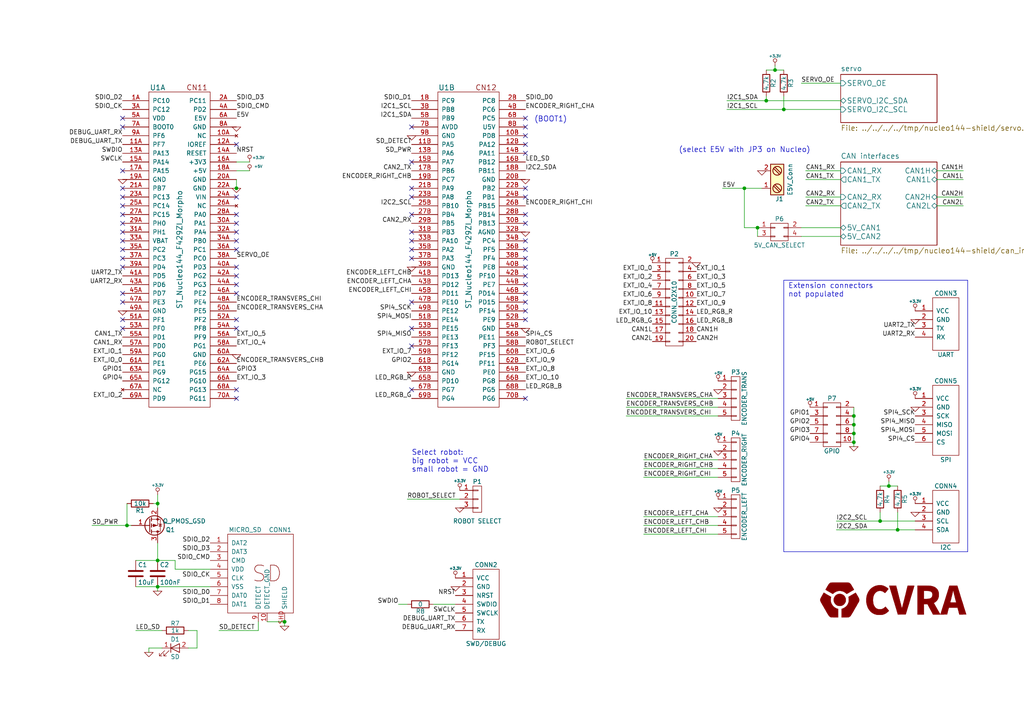
<source format=kicad_sch>
(kicad_sch (version 20230121) (generator eeschema)
  (paper "A4")
  (title_block (title "CVRA Nucleo144 shield") (date "2016-09-19") (rev "A") (company "Club Vaudois de Robotique Autonome") (comment 1 "Author: Michael Spieler"))
  (lib_symbols
    (symbol "shield-rescue:+3.3V" (power) (pin_names (offset 0))
      (property "Value" "+3.3V" (at 0 2.794 0))
      (symbol "+3.3V_0_0"
        (pin power_in line (at 0 0 90) (length 0) hide (name "+3.3V") (number "1"))
      )
    )
    (symbol "shield-rescue:+5V" (power) (pin_names (offset 1.016))
      (property "Value" "+5V" (at 0 2.286 0))
      (symbol "+5V_0_0"
        (pin power_in line (at 0 0 90) (length 0) hide (name "+5V") (number "1"))
      )
    )
    (symbol "shield-rescue:C" (pin_numbers hide) (pin_names (offset 0.254))
      (property "Reference" "C" (at 0.635 2.54 0))
      (property "Value" "C" (at 0.635 -2.54 0))
      (symbol "C_1_1"
        (pin passive line (at 0 3.81 270) (length 2.794) (name "~") (number "1"))
        (pin passive line (at 0 -3.81 90) (length 2.794) (name "~") (number "2"))
      )
    )
    (symbol "shield-rescue:CONN_01X03" (pin_names (offset 1.016) hide)
      (property "Reference" "P" (at 0 5.08 0))
      (property "Value" "CONN_01X03" (at 2.54 0 90))
      (symbol "CONN_01X03_1_1"
        (pin passive line (at -5.08 2.54 0) (length 3.81) (name "P1") (number "1"))
        (pin passive line (at -5.08 0 0) (length 3.81) (name "P2") (number "2"))
        (pin passive line (at -5.08 -2.54 0) (length 3.81) (name "P3") (number "3"))
      )
    )
    (symbol "shield-rescue:CONN_01X05" (pin_names (offset 1.016) hide)
      (property "Reference" "P" (at 0 7.62 0))
      (property "Value" "CONN_01X05" (at 2.54 0 90))
      (symbol "CONN_01X05_1_1"
        (pin passive line (at -5.08 5.08 0) (length 3.81) (name "P1") (number "1"))
        (pin passive line (at -5.08 2.54 0) (length 3.81) (name "P2") (number "2"))
        (pin passive line (at -5.08 0 0) (length 3.81) (name "P3") (number "3"))
        (pin passive line (at -5.08 -2.54 0) (length 3.81) (name "P4") (number "4"))
        (pin passive line (at -5.08 -5.08 0) (length 3.81) (name "P5") (number "5"))
      )
    )
    (symbol "shield-rescue:CONN_02X02" (pin_names (offset 0.0254) hide)
      (property "Reference" "P" (at 0 3.81 0))
      (property "Value" "CONN_02X02" (at 0 -3.81 0))
      (symbol "CONN_02X02_1_1"
        (pin passive line (at -6.35 1.27 0) (length 3.81) (name "P1") (number "1"))
        (pin passive line (at 6.35 1.27 180) (length 3.81) (name "P2") (number "2"))
        (pin passive line (at -6.35 -1.27 0) (length 3.81) (name "P3") (number "3"))
        (pin passive line (at 6.35 -1.27 180) (length 3.81) (name "P4") (number "4"))
      )
    )
    (symbol "shield-rescue:CONN_02X05" (pin_names (offset 0.0254) hide)
      (property "Reference" "P" (at 0 7.62 0))
      (property "Value" "CONN_02X05" (at 0 -7.62 0))
      (symbol "CONN_02X05_1_1"
        (pin passive line (at -6.35 5.08 0) (length 3.81) (name "P1") (number "1"))
        (pin passive line (at 6.35 -5.08 180) (length 3.81) (name "P10") (number "10"))
        (pin passive line (at 6.35 5.08 180) (length 3.81) (name "P2") (number "2"))
        (pin passive line (at -6.35 2.54 0) (length 3.81) (name "P3") (number "3"))
        (pin passive line (at 6.35 2.54 180) (length 3.81) (name "P4") (number "4"))
        (pin passive line (at -6.35 0 0) (length 3.81) (name "P5") (number "5"))
        (pin passive line (at 6.35 0 180) (length 3.81) (name "P6") (number "6"))
        (pin passive line (at -6.35 -2.54 0) (length 3.81) (name "P7") (number "7"))
        (pin passive line (at 6.35 -2.54 180) (length 3.81) (name "P8") (number "8"))
        (pin passive line (at -6.35 -5.08 0) (length 3.81) (name "P9") (number "9"))
      )
    )
    (symbol "shield-rescue:CONN_02X10" (pin_names (offset 0.0254) hide)
      (property "Reference" "P" (at 0 13.97 0))
      (property "Value" "CONN_02X10" (at 0 0 90))
      (symbol "CONN_02X10_1_1"
        (pin passive line (at -6.35 11.43 0) (length 3.81) (name "P1") (number "1"))
        (pin passive line (at 6.35 1.27 180) (length 3.81) (name "P10") (number "10"))
        (pin passive line (at -6.35 -1.27 0) (length 3.81) (name "P11") (number "11"))
        (pin passive line (at 6.35 -1.27 180) (length 3.81) (name "P12") (number "12"))
        (pin passive line (at -6.35 -3.81 0) (length 3.81) (name "P13") (number "13"))
        (pin passive line (at 6.35 -3.81 180) (length 3.81) (name "P14") (number "14"))
        (pin passive line (at -6.35 -6.35 0) (length 3.81) (name "P15") (number "15"))
        (pin passive line (at 6.35 -6.35 180) (length 3.81) (name "P16") (number "16"))
        (pin passive line (at -6.35 -8.89 0) (length 3.81) (name "P17") (number "17"))
        (pin passive line (at 6.35 -8.89 180) (length 3.81) (name "P18") (number "18"))
        (pin passive line (at -6.35 -11.43 0) (length 3.81) (name "P19") (number "19"))
        (pin passive line (at 6.35 11.43 180) (length 3.81) (name "P2") (number "2"))
        (pin passive line (at 6.35 -11.43 180) (length 3.81) (name "P20") (number "20"))
        (pin passive line (at -6.35 8.89 0) (length 3.81) (name "P3") (number "3"))
        (pin passive line (at 6.35 8.89 180) (length 3.81) (name "P4") (number "4"))
        (pin passive line (at -6.35 6.35 0) (length 3.81) (name "P5") (number "5"))
        (pin passive line (at 6.35 6.35 180) (length 3.81) (name "P6") (number "6"))
        (pin passive line (at -6.35 3.81 0) (length 3.81) (name "P7") (number "7"))
        (pin passive line (at 6.35 3.81 180) (length 3.81) (name "P8") (number "8"))
        (pin passive line (at -6.35 1.27 0) (length 3.81) (name "P9") (number "9"))
      )
    )
    (symbol "shield-rescue:CVRA_logo" (pin_names (offset 1.016)))
    (symbol "shield-rescue:GND" (power) (pin_names (offset 0))
      (symbol "GND_1_1"
        (pin power_in line (at 0 0 90) (length 0) hide (name "GND") (number "1"))
      )
    )
    (symbol "shield-rescue:I2C" (pin_names (offset 1.016))
      (property "Reference" "CONN" (at 0 8.89 0))
      (property "Value" "I2C" (at 0 -8.89 0))
      (symbol "I2C_1_1"
        (pin power_in line (at -8.89 3.81 0) (length 5.08) (name "VCC") (number "1"))
        (pin power_in line (at -8.89 1.27 0) (length 5.08) (name "GND") (number "2"))
        (pin bidirectional line (at -8.89 -1.27 0) (length 5.08) (name "SCL") (number "3"))
        (pin bidirectional line (at -8.89 -3.81 0) (length 5.08) (name "SDA") (number "4"))
        (pin power_in line (at -11.43 -6.35 0) (length 7.62) hide (name "GND") (number "MECH"))
      )
    )
    (symbol "shield-rescue:LED" (pin_names (offset 1.016) hide)
      (property "Reference" "D" (at 0 2.54 0))
      (property "Value" "LED" (at 0 -2.54 0))
      (symbol "LED_1_1"
        (pin passive line (at -3.81 0 0) (length 2.54) (name "K") (number "1"))
        (pin passive line (at 3.81 0 180) (length 2.54) (name "A") (number "2"))
      )
    )
    (symbol "shield-rescue:MICRO_SD" (pin_names (offset 1.016))
      (property "Reference" "CONN" (at 5.08 12.7 0))
      (property "Value" "MICRO_SD" (at -5.08 12.7 0))
      (symbol "MICRO_SD_0_0"
        (text "SD" (at 1.27 0 0) (effects (font (size 4.572 4.572))))
      )
      (symbol "MICRO_SD_1_1"
        (pin bidirectional line (at -15.24 8.89 0) (length 5.08) (name "DAT2") (number "1"))
        (pin passive line (at 1.27 -13.97 90) (length 2.54) (name "DETECT_GND") (number "10"))
        (pin bidirectional line (at -15.24 6.35 0) (length 5.08) (name "DAT3") (number "2"))
        (pin bidirectional line (at -15.24 3.81 0) (length 5.08) (name "CMD") (number "3"))
        (pin power_in line (at -15.24 1.27 0) (length 5.08) (name "VDD") (number "4"))
        (pin bidirectional line (at -15.24 -1.27 0) (length 5.08) (name "CLK") (number "5"))
        (pin power_in line (at -15.24 -3.81 0) (length 5.08) (name "VSS") (number "6"))
        (pin bidirectional line (at -15.24 -6.35 0) (length 5.08) (name "DAT0") (number "7"))
        (pin bidirectional line (at -15.24 -8.89 0) (length 5.08) (name "DAT1") (number "8"))
        (pin passive line (at -1.27 -13.97 90) (length 2.54) (name "DETECT") (number "9"))
        (pin passive line (at 6.35 -13.97 90) (length 2.54) (name "SHIELD") (number "SHD"))
      )
    )
    (symbol "shield-rescue:Q_PMOS_GSD" (pin_names (offset 0) hide)
      (property "Reference" "Q" (at 5.08 1.27 0))
      (property "Value" "Q_PMOS_GSD" (at 5.08 -1.27 0))
      (symbol "Q_PMOS_GSD_1_1"
        (pin input line (at -5.08 0 0) (length 5.334) (name "G") (number "1"))
        (pin passive line (at 2.54 -5.08 90) (length 2.54) (name "S") (number "2"))
        (pin passive line (at 2.54 5.08 270) (length 2.54) (name "D") (number "3"))
      )
    )
    (symbol "shield-rescue:R" (pin_numbers hide) (pin_names (offset 0))
      (property "Reference" "R" (at 2.032 0 90))
      (property "Value" "R" (at 0 0 90))
      (symbol "R_1_1"
        (pin passive line (at 0 3.81 270) (length 1.27) (name "~") (number "1"))
        (pin passive line (at 0 -3.81 90) (length 1.27) (name "~") (number "2"))
      )
    )
    (symbol "shield-rescue:SPI" (pin_names (offset 1.016))
      (property "Reference" "CONN" (at -10.16 17.78 0))
      (property "Value" "SPI" (at -10.16 -5.08 0))
      (symbol "SPI_1_1"
        (pin power_in line (at -19.05 12.7 0) (length 5.08) (name "VCC") (number "1"))
        (pin power_in line (at -19.05 10.16 0) (length 5.08) (name "GND") (number "2"))
        (pin bidirectional line (at -19.05 7.62 0) (length 5.08) (name "SCK") (number "3"))
        (pin bidirectional line (at -19.05 5.08 0) (length 5.08) (name "MISO") (number "4"))
        (pin bidirectional line (at -19.05 2.54 0) (length 5.08) (name "MOSi") (number "5"))
        (pin bidirectional line (at -19.05 0 0) (length 5.08) (name "CS") (number "6"))
        (pin power_in line (at -19.05 -2.54 0) (length 5.08) hide (name "GND") (number "MECH"))
      )
    )
    (symbol "shield-rescue:ST_Nucleo144_F429ZI_Morpho" (pin_names (offset 1.016))
      (property "Reference" "U" (at -6.35 46.99 0))
      (property "Value" "ST_Nucleo144_F429ZI_Morpho" (at 0 0 90))
      (symbol "ST_Nucleo144_F429ZI_Morpho_1_1"
        (text "CN11" (at 5.08 46.99 0) (effects (font (size 1.524 1.524))))
        (pin no_connect line (at 16.51 33.02 180) (length 7.62) (name "NC") (number "10A"))
        (pin bidirectional line (at -16.51 30.48 0) (length 7.62) (name "PF7") (number "11A"))
        (pin bidirectional line (at 16.51 30.48 180) (length 7.62) (name "IOREF") (number "12A"))
        (pin bidirectional line (at -16.51 27.94 0) (length 7.62) (name "PA13") (number "13A"))
        (pin input line (at 16.51 27.94 180) (length 7.62) (name "RESET") (number "14A"))
        (pin bidirectional line (at -16.51 25.4 0) (length 7.62) (name "PA14") (number "15A"))
        (pin power_out line (at 16.51 25.4 180) (length 7.62) (name "+3V3") (number "16A"))
        (pin bidirectional line (at -16.51 22.86 0) (length 7.62) (name "PA15") (number "17A"))
        (pin power_out line (at 16.51 22.86 180) (length 7.62) (name "+5V") (number "18A"))
        (pin power_out line (at -16.51 20.32 0) (length 7.62) (name "GND") (number "19A"))
        (pin bidirectional line (at -16.51 43.18 0) (length 7.62) (name "PC10") (number "1A"))
        (pin power_out line (at 16.51 20.32 180) (length 7.62) (name "GND") (number "20A"))
        (pin bidirectional line (at -16.51 17.78 0) (length 7.62) (name "PB7") (number "21A"))
        (pin power_out line (at 16.51 17.78 180) (length 7.62) (name "GND") (number "22A"))
        (pin bidirectional line (at -16.51 15.24 0) (length 7.62) (name "PC13") (number "23A"))
        (pin power_in line (at 16.51 15.24 180) (length 7.62) (name "VIN") (number "24A"))
        (pin bidirectional line (at -16.51 12.7 0) (length 7.62) (name "PC14") (number "25A"))
        (pin no_connect line (at 16.51 12.7 180) (length 7.62) (name "NC") (number "26A"))
        (pin bidirectional line (at -16.51 10.16 0) (length 7.62) (name "PC15") (number "27A"))
        (pin bidirectional line (at 16.51 10.16 180) (length 7.62) (name "PA0") (number "28A"))
        (pin bidirectional line (at -16.51 7.62 0) (length 7.62) (name "PH0") (number "29A"))
        (pin bidirectional line (at 16.51 43.18 180) (length 7.62) (name "PC11") (number "2A"))
        (pin bidirectional line (at 16.51 7.62 180) (length 7.62) (name "PA1") (number "30A"))
        (pin bidirectional line (at -16.51 5.08 0) (length 7.62) (name "PH1") (number "31A"))
        (pin bidirectional line (at 16.51 5.08 180) (length 7.62) (name "PA4") (number "32A"))
        (pin bidirectional line (at -16.51 2.54 0) (length 7.62) (name "VBAT") (number "33A"))
        (pin bidirectional line (at 16.51 2.54 180) (length 7.62) (name "PB0") (number "34A"))
        (pin bidirectional line (at -16.51 0 0) (length 7.62) (name "PC2") (number "35A"))
        (pin bidirectional line (at 16.51 0 180) (length 7.62) (name "PC1") (number "36A"))
        (pin bidirectional line (at -16.51 -2.54 0) (length 7.62) (name "PC3") (number "37A"))
        (pin bidirectional line (at 16.51 -2.54 180) (length 7.62) (name "PC0") (number "38A"))
        (pin bidirectional line (at -16.51 -5.08 0) (length 7.62) (name "PD4") (number "39A"))
        (pin bidirectional line (at -16.51 40.64 0) (length 7.62) (name "PC12") (number "3A"))
        (pin bidirectional line (at 16.51 -5.08 180) (length 7.62) (name "PD3") (number "40A"))
        (pin bidirectional line (at -16.51 -7.62 0) (length 7.62) (name "PD5") (number "41A"))
        (pin bidirectional line (at 16.51 -7.62 180) (length 7.62) (name "PG2") (number "42A"))
        (pin bidirectional line (at -16.51 -10.16 0) (length 7.62) (name "PD6") (number "43A"))
        (pin bidirectional line (at 16.51 -10.16 180) (length 7.62) (name "PG3") (number "44A"))
        (pin bidirectional line (at -16.51 -12.7 0) (length 7.62) (name "PD7") (number "45A"))
        (pin bidirectional line (at 16.51 -12.7 180) (length 7.62) (name "PE2") (number "46A"))
        (pin bidirectional line (at -16.51 -15.24 0) (length 7.62) (name "PE3") (number "47A"))
        (pin bidirectional line (at 16.51 -15.24 180) (length 7.62) (name "PE4") (number "48A"))
        (pin power_out line (at -16.51 -17.78 0) (length 7.62) (name "GND") (number "49A"))
        (pin bidirectional line (at 16.51 40.64 180) (length 7.62) (name "PD2") (number "4A"))
        (pin bidirectional line (at 16.51 -17.78 180) (length 7.62) (name "PE5") (number "50A"))
        (pin bidirectional line (at -16.51 -20.32 0) (length 7.62) (name "PF1") (number "51A"))
        (pin bidirectional line (at 16.51 -20.32 180) (length 7.62) (name "PF2") (number "52A"))
        (pin bidirectional line (at -16.51 -22.86 0) (length 7.62) (name "PF0") (number "53A"))
        (pin bidirectional line (at 16.51 -22.86 180) (length 7.62) (name "PF8") (number "54A"))
        (pin bidirectional line (at -16.51 -25.4 0) (length 7.62) (name "PD1") (number "55A"))
        (pin bidirectional line (at 16.51 -25.4 180) (length 7.62) (name "PF9") (number "56A"))
        (pin bidirectional line (at -16.51 -27.94 0) (length 7.62) (name "PD0") (number "57A"))
        (pin bidirectional line (at 16.51 -27.94 180) (length 7.62) (name "PG1") (number "58A"))
        (pin bidirectional line (at -16.51 -30.48 0) (length 7.62) (name "PG0") (number "59A"))
        (pin power_out line (at -16.51 38.1 0) (length 7.62) (name "VDD") (number "5A"))
        (pin power_out line (at 16.51 -30.48 180) (length 7.62) (name "GND") (number "60A"))
        (pin bidirectional line (at -16.51 -33.02 0) (length 7.62) (name "PE1") (number "61A"))
        (pin bidirectional line (at 16.51 -33.02 180) (length 7.62) (name "PE6") (number "62A"))
        (pin bidirectional line (at -16.51 -35.56 0) (length 7.62) (name "PG9") (number "63A"))
        (pin bidirectional line (at 16.51 -35.56 180) (length 7.62) (name "PG15") (number "64A"))
        (pin bidirectional line (at -16.51 -38.1 0) (length 7.62) (name "PG12") (number "65A"))
        (pin bidirectional line (at 16.51 -38.1 180) (length 7.62) (name "PG10") (number "66A"))
        (pin no_connect line (at -16.51 -40.64 0) (length 7.62) (name "NC") (number "67A"))
        (pin bidirectional line (at 16.51 -40.64 180) (length 7.62) (name "PG13") (number "68A"))
        (pin bidirectional line (at -16.51 -43.18 0) (length 7.62) (name "PD9") (number "69A"))
        (pin power_in line (at 16.51 38.1 180) (length 7.62) (name "E5V") (number "6A"))
        (pin bidirectional line (at 16.51 -43.18 180) (length 7.62) (name "PG11") (number "70A"))
        (pin input line (at -16.51 35.56 0) (length 7.62) (name "BOOT0") (number "7A"))
        (pin power_out line (at 16.51 35.56 180) (length 7.62) (name "GND") (number "8A"))
        (pin bidirectional line (at -16.51 33.02 0) (length 7.62) (name "PF6") (number "9A"))
      )
      (symbol "ST_Nucleo144_F429ZI_Morpho_2_1"
        (text "CN12" (at 5.08 46.99 0) (effects (font (size 1.524 1.524))))
        (pin bidirectional line (at 16.51 33.02 180) (length 7.62) (name "PD8") (number "10B"))
        (pin bidirectional line (at -16.51 30.48 0) (length 7.62) (name "PA5") (number "11B"))
        (pin bidirectional line (at 16.51 30.48 180) (length 7.62) (name "PA12") (number "12B"))
        (pin bidirectional line (at -16.51 27.94 0) (length 7.62) (name "PA6") (number "13B"))
        (pin bidirectional line (at 16.51 27.94 180) (length 7.62) (name "PA11") (number "14B"))
        (pin bidirectional line (at -16.51 25.4 0) (length 7.62) (name "PA7") (number "15B"))
        (pin bidirectional line (at 16.51 25.4 180) (length 7.62) (name "PB12") (number "16B"))
        (pin bidirectional line (at -16.51 22.86 0) (length 7.62) (name "PB6") (number "17B"))
        (pin bidirectional line (at 16.51 22.86 180) (length 7.62) (name "PB11") (number "18B"))
        (pin bidirectional line (at -16.51 20.32 0) (length 7.62) (name "PC7") (number "19B"))
        (pin bidirectional line (at -16.51 43.18 0) (length 7.62) (name "PC9") (number "1B"))
        (pin power_out line (at 16.51 20.32 180) (length 7.62) (name "GND") (number "20B"))
        (pin bidirectional line (at -16.51 17.78 0) (length 7.62) (name "PA9") (number "21B"))
        (pin bidirectional line (at 16.51 17.78 180) (length 7.62) (name "PB2") (number "22B"))
        (pin bidirectional line (at -16.51 15.24 0) (length 7.62) (name "PA8") (number "23B"))
        (pin bidirectional line (at 16.51 15.24 180) (length 7.62) (name "PB1") (number "24B"))
        (pin bidirectional line (at -16.51 12.7 0) (length 7.62) (name "PB10") (number "25B"))
        (pin bidirectional line (at 16.51 12.7 180) (length 7.62) (name "PB15") (number "26B"))
        (pin bidirectional line (at -16.51 10.16 0) (length 7.62) (name "PB4") (number "27B"))
        (pin bidirectional line (at 16.51 10.16 180) (length 7.62) (name "PB14") (number "28B"))
        (pin bidirectional line (at -16.51 7.62 0) (length 7.62) (name "PB5") (number "29B"))
        (pin bidirectional line (at 16.51 43.18 180) (length 7.62) (name "PC8") (number "2B"))
        (pin bidirectional line (at 16.51 7.62 180) (length 7.62) (name "PB13") (number "30B"))
        (pin bidirectional line (at -16.51 5.08 0) (length 7.62) (name "PB3") (number "31B"))
        (pin power_out line (at 16.51 5.08 180) (length 7.62) (name "AGND") (number "32B"))
        (pin bidirectional line (at -16.51 2.54 0) (length 7.62) (name "PA10") (number "33B"))
        (pin bidirectional line (at 16.51 2.54 180) (length 7.62) (name "PC4") (number "34B"))
        (pin bidirectional line (at -16.51 0 0) (length 7.62) (name "PA2") (number "35B"))
        (pin bidirectional line (at 16.51 0 180) (length 7.62) (name "PF5") (number "36B"))
        (pin bidirectional line (at -16.51 -2.54 0) (length 7.62) (name "PA3") (number "37B"))
        (pin bidirectional line (at 16.51 -2.54 180) (length 7.62) (name "PF4") (number "38B"))
        (pin power_out line (at -16.51 -5.08 0) (length 7.62) (name "GND") (number "39B"))
        (pin bidirectional line (at -16.51 40.64 0) (length 7.62) (name "PB8") (number "3B"))
        (pin bidirectional line (at 16.51 -5.08 180) (length 7.62) (name "PE8") (number "40B"))
        (pin bidirectional line (at -16.51 -7.62 0) (length 7.62) (name "PD13") (number "41B"))
        (pin bidirectional line (at 16.51 -7.62 180) (length 7.62) (name "PF10") (number "42B"))
        (pin bidirectional line (at -16.51 -10.16 0) (length 7.62) (name "PD12") (number "43B"))
        (pin bidirectional line (at 16.51 -10.16 180) (length 7.62) (name "PE7") (number "44B"))
        (pin bidirectional line (at -16.51 -12.7 0) (length 7.62) (name "PD11") (number "45B"))
        (pin bidirectional line (at 16.51 -12.7 180) (length 7.62) (name "PD14") (number "46B"))
        (pin bidirectional line (at -16.51 -15.24 0) (length 7.62) (name "PE10") (number "47B"))
        (pin bidirectional line (at 16.51 -15.24 180) (length 7.62) (name "PD15") (number "48B"))
        (pin bidirectional line (at -16.51 -17.78 0) (length 7.62) (name "PE12") (number "49B"))
        (pin bidirectional line (at 16.51 40.64 180) (length 7.62) (name "PC6") (number "4B"))
        (pin bidirectional line (at 16.51 -17.78 180) (length 7.62) (name "PF14") (number "50B"))
        (pin bidirectional line (at -16.51 -20.32 0) (length 7.62) (name "PE14") (number "51B"))
        (pin bidirectional line (at 16.51 -20.32 180) (length 7.62) (name "PE9") (number "52B"))
        (pin bidirectional line (at -16.51 -22.86 0) (length 7.62) (name "PE15") (number "53B"))
        (pin power_out line (at 16.51 -22.86 180) (length 7.62) (name "GND") (number "54B"))
        (pin bidirectional line (at -16.51 -25.4 0) (length 7.62) (name "PE13") (number "55B"))
        (pin bidirectional line (at 16.51 -25.4 180) (length 7.62) (name "PE11") (number "56B"))
        (pin bidirectional line (at -16.51 -27.94 0) (length 7.62) (name "PF13") (number "57B"))
        (pin bidirectional line (at 16.51 -27.94 180) (length 7.62) (name "PF3") (number "58B"))
        (pin bidirectional line (at -16.51 -30.48 0) (length 7.62) (name "PF12") (number "59B"))
        (pin bidirectional line (at -16.51 38.1 0) (length 7.62) (name "PB9") (number "5B"))
        (pin bidirectional line (at 16.51 -30.48 180) (length 7.62) (name "PF15") (number "60B"))
        (pin bidirectional line (at -16.51 -33.02 0) (length 7.62) (name "PG14") (number "61B"))
        (pin bidirectional line (at 16.51 -33.02 180) (length 7.62) (name "PF11") (number "62B"))
        (pin power_out line (at -16.51 -35.56 0) (length 7.62) (name "GND") (number "63B"))
        (pin bidirectional line (at 16.51 -35.56 180) (length 7.62) (name "PE0") (number "64B"))
        (pin bidirectional line (at -16.51 -38.1 0) (length 7.62) (name "PD10") (number "65B"))
        (pin bidirectional line (at 16.51 -38.1 180) (length 7.62) (name "PG8") (number "66B"))
        (pin bidirectional line (at -16.51 -40.64 0) (length 7.62) (name "PG7") (number "67B"))
        (pin bidirectional line (at 16.51 -40.64 180) (length 7.62) (name "PG5") (number "68B"))
        (pin bidirectional line (at -16.51 -43.18 0) (length 7.62) (name "PG4") (number "69B"))
        (pin bidirectional line (at 16.51 38.1 180) (length 7.62) (name "PC5") (number "6B"))
        (pin bidirectional line (at 16.51 -43.18 180) (length 7.62) (name "PG6") (number "70B"))
        (pin power_out line (at -16.51 35.56 0) (length 7.62) (name "AVDD") (number "7B"))
        (pin power_out line (at 16.51 35.56 180) (length 7.62) (name "U5V") (number "8B"))
        (pin power_out line (at -16.51 33.02 0) (length 7.62) (name "GND") (number "9B"))
      )
    )
    (symbol "shield-rescue:SWD/DEBUG" (pin_names (offset 1.016))
      (property "Reference" "CONN" (at 0 11.43 0))
      (property "Value" "SWD/DEBUG" (at 0 -11.43 0))
      (symbol "SWD/DEBUG_1_1"
        (pin power_in line (at -8.89 7.62 0) (length 5.08) (name "VCC") (number "1"))
        (pin power_in line (at -8.89 5.08 0) (length 5.08) (name "GND") (number "2"))
        (pin output line (at -8.89 2.54 0) (length 5.08) (name "NRST") (number "3"))
        (pin bidirectional line (at -8.89 0 0) (length 5.08) (name "SWDIO") (number "4"))
        (pin output line (at -8.89 -2.54 0) (length 5.08) (name "SWCLK") (number "5"))
        (pin input line (at -8.89 -5.08 0) (length 5.08) (name "TX") (number "6"))
        (pin output line (at -8.89 -7.62 0) (length 5.08) (name "RX") (number "7"))
        (pin power_in line (at -11.43 -5.08 0) (length 7.62) hide (name "GND") (number "MECH"))
      )
    )
    (symbol "shield-rescue:Screw_Terminal_1x02" (pin_names (offset 0.762) hide)
      (property "Reference" "J" (at 0 6.35 0))
      (property "Value" "Screw_Terminal_1x02" (at -3.81 0 90))
      (symbol "Screw_Terminal_1x02_1_1"
        (pin passive line (at 5.08 2.54 180) (length 2.54) (name "~") (number "1"))
        (pin passive line (at 5.08 -2.54 180) (length 2.54) (name "~") (number "2"))
      )
    )
    (symbol "shield-rescue:UART" (pin_names (offset 1.016))
      (property "Reference" "CONN" (at 0 8.89 0))
      (property "Value" "UART" (at 0 -8.89 0))
      (symbol "UART_1_1"
        (pin power_in line (at -8.89 3.81 0) (length 5.08) (name "VCC") (number "1"))
        (pin power_in line (at -8.89 1.27 0) (length 5.08) (name "GND") (number "2"))
        (pin input line (at -8.89 -1.27 0) (length 5.08) (name "TX") (number "3"))
        (pin output line (at -8.89 -3.81 0) (length 5.08) (name "RX") (number "4"))
        (pin power_in line (at -11.43 -6.35 0) (length 7.62) hide (name "GND") (number "MECH"))
      )
    )
  )
  (junction (at 247.65 128.27))
  (junction (at 45.72 162.56))
  (junction (at 247.65 120.65))
  (junction (at 36.83 152.4))
  (junction (at 68.58 54.61))
  (junction (at 215.9 54.61))
  (junction (at 247.65 123.19))
  (junction (at 247.65 125.73))
  (junction (at 257.81 140.97))
  (junction (at 224.79 20.32))
  (junction (at 219.71 66.04))
  (junction (at 82.55 180.34))
  (junction (at 227.33 31.75))
  (junction (at 255.27 151.13))
  (junction (at 45.72 146.05))
  (junction (at 260.35 153.67))
  (junction (at 45.72 170.18))
  (junction (at 222.25 29.21))
  (no_connect (at 152.4 87.63))
  (no_connect (at 119.38 69.85))
  (no_connect (at 152.4 57.15))
  (no_connect (at 119.38 36.83))
  (no_connect (at 68.58 82.55))
  (no_connect (at 152.4 85.09))
  (no_connect (at 68.58 64.77))
  (no_connect (at 68.58 115.57))
  (no_connect (at 35.56 34.29))
  (no_connect (at 119.38 57.15))
  (no_connect (at 119.38 62.23))
  (no_connect (at 35.56 64.77))
  (no_connect (at 35.56 69.85))
  (no_connect (at 152.4 44.45))
  (no_connect (at 152.4 64.77))
  (no_connect (at 119.38 87.63))
  (no_connect (at 152.4 72.39))
  (no_connect (at 68.58 92.71))
  (no_connect (at 68.58 72.39))
  (no_connect (at 68.58 113.03))
  (no_connect (at 68.58 85.09))
  (no_connect (at 152.4 69.85))
  (no_connect (at 119.38 54.61))
  (no_connect (at 152.4 92.71))
  (no_connect (at 35.56 87.63))
  (no_connect (at 119.38 113.03))
  (no_connect (at 68.58 80.01))
  (no_connect (at 35.56 62.23))
  (no_connect (at 152.4 82.55))
  (no_connect (at 152.4 77.47))
  (no_connect (at 68.58 67.31))
  (no_connect (at 68.58 77.47))
  (no_connect (at 152.4 36.83))
  (no_connect (at 35.56 59.69))
  (no_connect (at 35.56 77.47))
  (no_connect (at 119.38 67.31))
  (no_connect (at 119.38 74.93))
  (no_connect (at 35.56 72.39))
  (no_connect (at 119.38 46.99))
  (no_connect (at 152.4 80.01))
  (no_connect (at 152.4 90.17))
  (no_connect (at 68.58 69.85))
  (no_connect (at 152.4 39.37))
  (no_connect (at 152.4 54.61))
  (no_connect (at 68.58 41.91))
  (no_connect (at 119.38 100.33))
  (no_connect (at 35.56 85.09))
  (no_connect (at 152.4 74.93))
  (no_connect (at 35.56 57.15))
  (no_connect (at 68.58 95.25))
  (no_connect (at 152.4 34.29))
  (no_connect (at 152.4 115.57))
  (no_connect (at 35.56 74.93))
  (no_connect (at 35.56 36.83))
  (no_connect (at 68.58 57.15))
  (no_connect (at 35.56 92.71))
  (no_connect (at 119.38 95.25))
  (no_connect (at 35.56 49.53))
  (no_connect (at 119.38 72.39))
  (no_connect (at 35.56 95.25))
  (no_connect (at 35.56 67.31))
  (no_connect (at 35.56 54.61))
  (no_connect (at 68.58 62.23))
  (no_connect (at 152.4 41.91))
  (no_connect (at 152.4 62.23))
  (wire (pts (xy 43.18 189.23) (xy 43.18 187.96)))
  (wire (pts (xy 36.83 152.4) (xy 38.1 152.4)))
  (wire (pts (xy 271.78 52.07) (xy 279.4 52.07)))
  (wire (pts (xy 219.71 66.04) (xy 219.71 68.58)))
  (wire (pts (xy 186.69 133.35) (xy 208.28 133.35)))
  (wire (pts (xy 44.45 146.05) (xy 45.72 146.05)))
  (wire (pts (xy 247.65 125.73) (xy 247.65 128.27)))
  (wire (pts (xy 227.33 27.94) (xy 227.33 31.75)))
  (wire (pts (xy 39.37 182.88) (xy 46.99 182.88)))
  (wire (pts (xy 215.9 54.61) (xy 215.9 66.04)))
  (wire (pts (xy 82.55 180.34) (xy 82.55 181.61)))
  (wire (pts (xy 50.8 162.56) (xy 45.72 162.56)))
  (wire (pts (xy 210.82 29.21) (xy 222.25 29.21)))
  (wire (pts (xy 186.69 135.89) (xy 208.28 135.89)))
  (wire (pts (xy 125.73 175.26) (xy 132.08 175.26)))
  (wire (pts (xy 208.28 154.94) (xy 186.69 154.94)))
  (wire (pts (xy 57.15 182.88) (xy 57.15 187.96)))
  (wire (pts (xy 68.58 52.07) (xy 68.58 54.61)))
  (wire (pts (xy 74.93 180.34) (xy 74.93 182.88)))
  (wire (pts (xy 242.57 153.67) (xy 260.35 153.67)))
  (wire (pts (xy 255.27 151.13) (xy 265.43 151.13)))
  (wire (pts (xy 181.61 118.11) (xy 208.28 118.11)))
  (polyline (pts (xy 227.33 81.28) (xy 227.33 160.02)))
  (wire (pts (xy 260.35 148.59) (xy 260.35 153.67)))
  (wire (pts (xy 271.78 49.53) (xy 279.4 49.53)))
  (wire (pts (xy 77.47 180.34) (xy 82.55 180.34)))
  (wire (pts (xy 45.72 146.05) (xy 45.72 147.32)))
  (wire (pts (xy 186.69 149.86) (xy 208.28 149.86)))
  (wire (pts (xy 45.72 157.48) (xy 45.72 162.56)))
  (wire (pts (xy 247.65 120.65) (xy 247.65 123.19)))
  (wire (pts (xy 45.72 143.51) (xy 45.72 146.05)))
  (wire (pts (xy 74.93 182.88) (xy 63.5 182.88)))
  (wire (pts (xy 215.9 54.61) (xy 220.98 54.61)))
  (wire (pts (xy 54.61 182.88) (xy 57.15 182.88)))
  (wire (pts (xy 243.84 57.15) (xy 233.68 57.15)))
  (wire (pts (xy 247.65 118.11) (xy 247.65 120.65)))
  (wire (pts (xy 243.84 66.04) (xy 232.41 66.04)))
  (wire (pts (xy 260.35 153.67) (xy 265.43 153.67)))
  (wire (pts (xy 50.8 165.1) (xy 50.8 162.56)))
  (wire (pts (xy 186.69 138.43) (xy 208.28 138.43)))
  (wire (pts (xy 36.83 146.05) (xy 36.83 152.4)))
  (wire (pts (xy 271.78 59.69) (xy 279.4 59.69)))
  (wire (pts (xy 181.61 120.65) (xy 208.28 120.65)))
  (wire (pts (xy 243.84 68.58) (xy 232.41 68.58)))
  (wire (pts (xy 118.11 144.78) (xy 133.35 144.78)))
  (wire (pts (xy 227.33 31.75) (xy 243.84 31.75)))
  (wire (pts (xy 233.68 49.53) (xy 243.84 49.53)))
  (polyline (pts (xy 227.33 160.02) (xy 280.67 160.02)))
  (wire (pts (xy 186.69 152.4) (xy 208.28 152.4)))
  (wire (pts (xy 247.65 123.19) (xy 247.65 125.73)))
  (wire (pts (xy 39.37 170.18) (xy 45.72 170.18)))
  (polyline (pts (xy 280.67 81.28) (xy 227.33 81.28)))
  (wire (pts (xy 233.68 52.07) (xy 243.84 52.07)))
  (wire (pts (xy 68.58 46.99) (xy 72.39 46.99)))
  (wire (pts (xy 45.72 162.56) (xy 39.37 162.56)))
  (wire (pts (xy 271.78 57.15) (xy 279.4 57.15)))
  (wire (pts (xy 232.41 24.13) (xy 243.84 24.13)))
  (wire (pts (xy 257.81 140.97) (xy 260.35 140.97)))
  (wire (pts (xy 222.25 20.32) (xy 224.79 20.32)))
  (wire (pts (xy 242.57 151.13) (xy 255.27 151.13)))
  (wire (pts (xy 222.25 29.21) (xy 243.84 29.21)))
  (wire (pts (xy 224.79 20.32) (xy 227.33 20.32)))
  (wire (pts (xy 224.79 19.05) (xy 224.79 20.32)))
  (polyline (pts (xy 280.67 160.02) (xy 280.67 81.28)))
  (wire (pts (xy 45.72 170.18) (xy 60.96 170.18)))
  (wire (pts (xy 257.81 139.7) (xy 257.81 140.97)))
  (wire (pts (xy 45.72 171.45) (xy 45.72 170.18)))
  (wire (pts (xy 72.39 49.53) (xy 68.58 49.53)))
  (wire (pts (xy 208.28 115.57) (xy 181.61 115.57)))
  (wire (pts (xy 255.27 148.59) (xy 255.27 151.13)))
  (wire (pts (xy 57.15 187.96) (xy 54.61 187.96)))
  (wire (pts (xy 233.68 59.69) (xy 243.84 59.69)))
  (wire (pts (xy 209.55 54.61) (xy 215.9 54.61)))
  (wire (pts (xy 118.11 175.26) (xy 115.57 175.26)))
  (wire (pts (xy 60.96 165.1) (xy 50.8 165.1)))
  (wire (pts (xy 43.18 187.96) (xy 46.99 187.96)))
  (wire (pts (xy 210.82 31.75) (xy 227.33 31.75)))
  (wire (pts (xy 255.27 140.97) (xy 257.81 140.97)))
  (wire (pts (xy 247.65 128.27) (xy 247.65 129.54)))
  (wire (pts (xy 222.25 27.94) (xy 222.25 29.21)))
  (wire (pts (xy 26.67 152.4) (xy 36.83 152.4)))
  (wire (pts (xy 215.9 66.04) (xy 219.71 66.04)))
  (text "Select robot:\nbig robot = VCC\nsmall robot = GND" (at 119.38 137.16 0) (effects (font (size 1.524 1.524)) (justify left bottom)))
  (text "(select E5V with JP3 on Nucleo)" (at 196.85 44.45 0) (effects (font (size 1.524 1.524)) (justify left bottom)))
  (text "Extension connectors\nnot populated" (at 228.6 86.36 0) (effects (font (size 1.524 1.524)) (justify left bottom)))
  (text "(BOOT1)" (at 154.94 35.56 0) (effects (font (size 1.524 1.524)) (justify left bottom)))
  (label "CAN1L" (at 189.23 96.52 180))
  (label "GPIO3" (at 234.95 125.73 180))
  (label "CAN2H" (at 201.93 99.06 0))
  (label "CAN2_RX" (at 233.68 57.15 0))
  (label "SDIO_CMD" (at 68.58 31.75 0))
  (label "CAN1_TX" (at 233.68 52.07 0))
  (label "SD_DETECT" (at 119.38 41.91 180))
  (label "EXT_IO_7" (at 119.38 102.87 180))
  (label "GPIO4" (at 35.56 110.49 180))
  (label "ENCODER_LEFT_CHB" (at 186.69 152.4 0))
  (label "CAN1L" (at 279.4 52.07 180))
  (label "UART2_RX" (at 265.43 97.79 180))
  (label "CAN1_TX" (at 35.56 97.79 180))
  (label "SDIO_D3" (at 60.96 160.02 180))
  (label "ENCODER_LEFT_CHB" (at 119.38 80.01 180))
  (label "LED_RGB_B" (at 152.4 113.03 0))
  (label "EXT_IO_9" (at 152.4 105.41 0))
  (label "CAN2L" (at 189.23 99.06 180))
  (label "SPI4_SCK" (at 265.43 120.65 180))
  (label "SD_DETECT" (at 63.5 182.88 0))
  (label "LED_SD" (at 39.37 182.88 0))
  (label "EXT_IO_7" (at 201.93 86.36 0))
  (label "SWCLK" (at 35.56 46.99 180))
  (label "EXT_IO_10" (at 189.23 91.44 180))
  (label "CAN2H" (at 279.4 57.15 180))
  (label "SPI4_MISO" (at 119.38 97.79 180))
  (label "E5V" (at 68.58 34.29 0))
  (label "LED_RGB_G" (at 119.38 115.57 180))
  (label "LED_RGB_B" (at 201.93 93.98 0))
  (label "EXT_IO_8" (at 189.23 88.9 180))
  (label "DEBUG_UART_RX" (at 35.56 39.37 180))
  (label "SPI4_MOSI" (at 119.38 92.71 180))
  (label "GPIO1" (at 234.95 120.65 180))
  (label "EXT_IO_1" (at 35.56 102.87 180))
  (label "ENCODER_RIGHT_CHA" (at 186.69 133.35 0))
  (label "I2C1_SCL" (at 210.82 31.75 0))
  (label "SDIO_CK" (at 60.96 167.64 180))
  (label "I2C1_SDA" (at 119.38 34.29 180))
  (label "EXT_IO_4" (at 189.23 83.82 180))
  (label "ENCODER_TRANSVERS_CHI" (at 68.58 87.63 0))
  (label "ROBOT_SELECT" (at 118.11 144.78 0))
  (label "ENCODER_RIGHT_CHB" (at 119.38 52.07 180))
  (label "EXT_IO_2" (at 189.23 81.28 180))
  (label "EXT_IO_0" (at 189.23 78.74 180))
  (label "CAN2_TX" (at 119.38 49.53 180))
  (label "SDIO_CK" (at 35.56 31.75 180))
  (label "SDIO_D2" (at 35.56 29.21 180))
  (label "SERVO_OE" (at 232.41 24.13 0))
  (label "SDIO_D1" (at 119.38 29.21 180))
  (label "I2C2_SCL" (at 119.38 59.69 180))
  (label "UART2_TX" (at 35.56 80.01 180))
  (label "CAN1H" (at 279.4 49.53 180))
  (label "I2C2_SDA" (at 242.57 153.67 0))
  (label "CAN1_RX" (at 233.68 49.53 0))
  (label "NRST" (at 68.58 44.45 0))
  (label "ENCODER_LEFT_CHI" (at 186.69 154.94 0))
  (label "LED_RGB_G" (at 189.23 93.98 180))
  (label "EXT_IO_3" (at 68.58 110.49 0))
  (label "EXT_IO_10" (at 152.4 110.49 0))
  (label "SWDIO" (at 115.57 175.26 180))
  (label "UART2_TX" (at 265.43 95.25 180))
  (label "ENCODER_RIGHT_CHA" (at 152.4 31.75 0))
  (label "EXT_IO_1" (at 201.93 78.74 0))
  (label "EXT_IO_5" (at 68.58 97.79 0))
  (label "EXT_IO_3" (at 201.93 81.28 0))
  (label "EXT_IO_9" (at 201.93 88.9 0))
  (label "SPI4_SCK" (at 119.38 90.17 180))
  (label "SWCLK" (at 132.08 177.8 180))
  (label "CAN1H" (at 201.93 96.52 0))
  (label "ENCODER_TRANSVERS_CHI" (at 181.61 120.65 0))
  (label "EXT_IO_6" (at 152.4 102.87 0))
  (label "LED_RGB_R" (at 201.93 91.44 0))
  (label "EXT_IO_0" (at 35.56 105.41 180))
  (label "NRST" (at 132.08 172.72 180))
  (label "ENCODER_TRANSVERS_CHB" (at 68.58 105.41 0))
  (label "SWDIO" (at 35.56 44.45 180))
  (label "E5V" (at 209.55 54.61 0))
  (label "I2C1_SDA" (at 210.82 29.21 0))
  (label "I2C1_SCL" (at 119.38 31.75 180))
  (label "ENCODER_LEFT_CHA" (at 119.38 82.55 180))
  (label "EXT_IO_6" (at 189.23 86.36 180))
  (label "GPIO1" (at 35.56 107.95 180))
  (label "ENCODER_RIGHT_CHI" (at 186.69 138.43 0))
  (label "GPIO3" (at 68.58 107.95 0))
  (label "DEBUG_UART_RX" (at 132.08 182.88 180))
  (label "SDIO_CMD" (at 60.96 162.56 180))
  (label "I2C2_SCL" (at 242.57 151.13 0))
  (label "ROBOT_SELECT" (at 152.4 100.33 0))
  (label "I2C2_SDA" (at 152.4 49.53 0))
  (label "EXT_IO_2" (at 35.56 115.57 180))
  (label "CAN2_RX" (at 119.38 64.77 180))
  (label "SPI4_MOSI" (at 265.43 125.73 180))
  (label "LED_SD" (at 152.4 46.99 0))
  (label "ENCODER_TRANSVERS_CHA" (at 68.58 90.17 0))
  (label "GPIO4" (at 234.95 128.27 180))
  (label "DEBUG_UART_TX" (at 35.56 41.91 180))
  (label "SPI4_CS" (at 265.43 128.27 180))
  (label "EXT_IO_5" (at 201.93 83.82 0))
  (label "EXT_IO_8" (at 152.4 107.95 0))
  (label "DEBUG_UART_TX" (at 132.08 180.34 180))
  (label "ENCODER_TRANSVERS_CHB" (at 181.61 118.11 0))
  (label "SDIO_D0" (at 60.96 172.72 180))
  (label "SDIO_D3" (at 68.58 29.21 0))
  (label "SD_PWR" (at 26.67 152.4 0))
  (label "SERVO_OE" (at 68.58 74.93 0))
  (label "ENCODER_LEFT_CHI" (at 119.38 85.09 180))
  (label "EXT_IO_4" (at 68.58 100.33 0))
  (label "GPIO2" (at 119.38 105.41 180))
  (label "ENCODER_LEFT_CHA" (at 186.69 149.86 0))
  (label "LED_RGB_R" (at 119.38 110.49 180))
  (label "SPI4_CS" (at 152.4 97.79 0))
  (label "SPI4_MISO" (at 265.43 123.19 180))
  (label "SDIO_D2" (at 60.96 157.48 180))
  (label "SDIO_D0" (at 152.4 29.21 0))
  (label "SD_PWR" (at 119.38 44.45 180))
  (label "ENCODER_RIGHT_CHI" (at 152.4 59.69 0))
  (label "ENCODER_TRANSVERS_CHA" (at 181.61 115.57 0))
  (label "ENCODER_RIGHT_CHB" (at 186.69 135.89 0))
  (label "UART2_RX" (at 35.56 82.55 180))
  (label "GPIO2" (at 234.95 123.19 180))
  (label "CAN2L" (at 279.4 59.69 180))
  (label "SDIO_D1" (at 60.96 175.26 180))
  (label "CAN2_TX" (at 233.68 59.69 0))
  (label "CAN1_RX" (at 35.56 100.33 180))
  (symbol (lib_id "shield-rescue:ST_Nucleo144_F429ZI_Morpho") (at 52.07 72.39 0) (unit 1)
    (property "Reference" "U1" (at 45.72 25.4 0) (effects (font (size 1.524 1.524))))
    (property "Value" "ST_Nucleo144_F429ZI_Morpho" (at 52.07 72.39 90) (effects (font (size 1.524 1.524))))
    (property "Footprint" "_connectors:ST_Nucleo144_F429ZI_Morpho" (effects hide))
  )
  (symbol (lib_id "shield-rescue:ST_Nucleo144_F429ZI_Morpho") (at 135.89 72.39 0) (unit 2)
    (property "Reference" "U1" (at 129.54 25.4 0) (effects (font (size 1.524 1.524))))
    (property "Value" "ST_Nucleo144_F429ZI_Morpho" (at 135.89 72.39 90) (effects (font (size 1.524 1.524))))
    (property "Footprint" "_connectors:ST_Nucleo144_F429ZI_Morpho" (effects hide))
  )
  (symbol (lib_id "shield-rescue:CVRA_logo") (at 259.08 173.99 0) (unit 1)
    (property "Reference" "#G1" (effects hide))
    (property "Value" "CVRA_logo" (effects hide))
  )
  (symbol (lib_id "shield-rescue:I2C") (at 274.32 149.86 0) (unit 1)
    (property "Reference" "CONN4" (at 274.32 140.97 0))
    (property "Value" "I2C" (at 274.32 158.75 0))
    (property "Footprint" "_connectors:Molex-PicoBlade-4" (effects hide))
    (property "Datasheet" "DOCUMENTATION" (effects hide))
  )
  (symbol (lib_id "shield-rescue:SPI") (at 284.48 128.27 0) (unit 1)
    (property "Reference" "CONN5" (at 274.32 110.49 0))
    (property "Value" "SPI" (at 274.32 133.35 0))
    (property "Footprint" "_connectors:Molex-PicoBlade-6" (effects hide))
  )
  (symbol (lib_id "shield-rescue:UART") (at 274.32 93.98 0) (unit 1)
    (property "Reference" "CONN3" (at 274.32 85.09 0))
    (property "Value" "UART" (at 274.32 102.87 0))
    (property "Footprint" "_connectors:Molex-PicoBlade-4" (effects hide))
    (property "Datasheet" "DOCUMENTATION" (effects hide))
  )
  (symbol (lib_id "shield-rescue:GND") (at 247.65 129.54 0) (unit 1)
    (property "Reference" "#PWR01" (effects hide))
    (property "Value" "GND" (effects hide))
  )
  (symbol (lib_id "shield-rescue:MICRO_SD") (at 76.2 166.37 0) (unit 1)
    (property "Reference" "CONN1" (at 81.28 153.67 0))
    (property "Value" "MICRO_SD" (at 71.12 153.67 0))
    (property "Footprint" "_div:_Molex-microSD-502570-0893" (effects hide))
    (property "Datasheet" "DOCUMENTATION" (effects hide))
  )
  (symbol (lib_id "shield-rescue:GND") (at 82.55 181.61 0) (unit 1)
    (property "Reference" "#PWR02" (effects hide))
    (property "Value" "GND" (effects hide))
  )
  (symbol (lib_id "shield-rescue:C") (at 45.72 166.37 0) (unit 1)
    (property "Reference" "C2" (at 46.355 163.83 0) (effects (justify left)))
    (property "Value" "100nF" (at 46.355 168.91 0) (effects (justify left)))
    (property "Footprint" "Capacitors_SMD:C_0805" (effects hide))
  )
  (symbol (lib_id "shield-rescue:C") (at 39.37 166.37 0) (unit 1)
    (property "Reference" "C1" (at 40.005 163.83 0) (effects (justify left)))
    (property "Value" "10uF" (at 40.005 168.91 0) (effects (justify left)))
    (property "Footprint" "Capacitors_SMD:C_0805" (effects hide))
  )
  (symbol (lib_id "shield-rescue:GND") (at 45.72 171.45 0) (unit 1)
    (property "Reference" "#PWR03" (effects hide))
    (property "Value" "GND" (effects hide))
  )
  (symbol (lib_id "shield-rescue:Q_PMOS_GSD") (at 43.18 152.4 0) (mirror x) (unit 1)
    (property "Reference" "Q1" (at 50.8 153.67 0) (effects (justify right)))
    (property "Value" "Q_PMOS_GSD" (at 59.69 151.13 0) (effects (justify right)))
    (property "Footprint" "TO_SOT_Packages_SMD:SOT-23_Handsoldering" (effects hide))
  )
  (symbol (lib_id "shield-rescue:R") (at 40.64 146.05 270) (unit 1)
    (property "Reference" "R1" (at 40.64 148.082 90))
    (property "Value" "10k" (at 40.64 146.05 90))
    (property "Footprint" "Resistors_SMD:R_0805" (effects hide))
  )
  (symbol (lib_id "shield-rescue:CONN_02X10") (at 195.58 87.63 0) (unit 1)
    (property "Reference" "P2" (at 195.58 73.66 0))
    (property "Value" "CONN_02X10" (at 195.58 87.63 90))
    (property "Footprint" "Connect:IDC_Header_Straight_20pins" (effects hide))
  )
  (symbol (lib_id "shield-rescue:+5V") (at 189.23 76.2 0) (unit 1)
    (property "Reference" "#PWR04" (effects hide))
    (property "Value" "+5V" (at 189.23 73.914 0) (effects (font (size 0.762 0.762))))
  )
  (symbol (lib_id "shield-rescue:GND") (at 201.93 76.2 0) (unit 1)
    (property "Reference" "#PWR05" (effects hide))
    (property "Value" "GND" (effects hide))
  )
  (symbol (lib_id "shield-rescue:CONN_02X05") (at 241.3 123.19 0) (unit 1)
    (property "Reference" "P7" (at 241.3 115.57 0))
    (property "Value" "GPIO" (at 241.3 130.81 0))
    (property "Footprint" "Pin_Headers:Pin_Header_Straight_2x05" (effects hide))
  )
  (symbol (lib_id "shield-rescue:+5V") (at 234.95 118.11 0) (unit 1)
    (property "Reference" "#PWR06" (effects hide))
    (property "Value" "+5V" (at 234.95 115.824 0) (effects (font (size 0.762 0.762))))
  )
  (symbol (lib_id "shield-rescue:CONN_01X05") (at 213.36 133.35 0) (unit 1)
    (property "Reference" "P4" (at 213.36 125.73 0))
    (property "Value" "ENCODER_RIGHT" (at 215.9 133.35 90))
    (property "Footprint" "_connectors:Molex-PicoBlade-5" (effects hide))
  )
  (symbol (lib_id "shield-rescue:CONN_01X05") (at 213.36 149.86 0) (unit 1)
    (property "Reference" "P5" (at 213.36 142.24 0))
    (property "Value" "ENCODER_LEFT" (at 215.9 149.86 90))
    (property "Footprint" "_connectors:Molex-PicoBlade-5" (effects hide))
  )
  (symbol (lib_id "shield-rescue:+5V") (at 208.28 128.27 0) (unit 1)
    (property "Reference" "#PWR07" (effects hide))
    (property "Value" "+5V" (at 208.28 125.984 0) (effects (font (size 0.762 0.762))))
  )
  (symbol (lib_id "shield-rescue:GND") (at 208.28 147.32 0) (unit 1)
    (property "Reference" "#PWR08" (effects hide))
    (property "Value" "GND" (effects hide))
  )
  (symbol (lib_id "shield-rescue:GND") (at 208.28 130.81 0) (unit 1)
    (property "Reference" "#PWR09" (effects hide))
    (property "Value" "GND" (effects hide))
  )
  (symbol (lib_id "shield-rescue:CONN_01X05") (at 213.36 115.57 0) (unit 1)
    (property "Reference" "P3" (at 213.36 107.95 0))
    (property "Value" "ENCODER_TRANS" (at 215.9 115.57 90))
    (property "Footprint" "_connectors:Molex-PicoBlade-5" (effects hide))
  )
  (symbol (lib_id "shield-rescue:GND") (at 265.43 118.11 0) (unit 1)
    (property "Reference" "#PWR010" (effects hide))
    (property "Value" "GND" (effects hide))
  )
  (symbol (lib_id "shield-rescue:GND") (at 265.43 92.71 0) (unit 1)
    (property "Reference" "#PWR011" (effects hide))
    (property "Value" "GND" (effects hide))
  )
  (symbol (lib_id "shield-rescue:GND") (at 265.43 148.59 0) (unit 1)
    (property "Reference" "#PWR012" (effects hide))
    (property "Value" "GND" (effects hide))
  )
  (symbol (lib_id "shield-rescue:SWD/DEBUG") (at 140.97 175.26 0) (unit 1)
    (property "Reference" "CONN2" (at 140.97 163.83 0))
    (property "Value" "SWD/DEBUG" (at 140.97 186.69 0))
    (property "Footprint" "Connectors_Molex:Molex_PicoBlade_53261-0771_07x1.25mm_Angled" (effects hide))
    (property "Datasheet" "DOCUMENTATION" (effects hide))
  )
  (symbol (lib_id "shield-rescue:+5V") (at 208.28 110.49 0) (unit 1)
    (property "Reference" "#PWR013" (effects hide))
    (property "Value" "+5V" (at 208.28 108.204 0) (effects (font (size 0.762 0.762))))
  )
  (symbol (lib_id "shield-rescue:GND") (at 208.28 113.03 0) (unit 1)
    (property "Reference" "#PWR014" (effects hide))
    (property "Value" "GND" (effects hide))
  )
  (symbol (lib_id "shield-rescue:GND") (at 132.08 170.18 0) (unit 1)
    (property "Reference" "#PWR015" (effects hide))
    (property "Value" "GND" (effects hide))
  )
  (symbol (lib_id "shield-rescue:CONN_01X03") (at 138.43 144.78 0) (unit 1)
    (property "Reference" "P1" (at 138.43 139.7 0))
    (property "Value" "ROBOT SELECT" (at 138.43 151.13 0))
    (property "Footprint" "Pin_Headers:Pin_Header_Straight_1x03" (effects hide))
  )
  (symbol (lib_id "shield-rescue:GND") (at 133.35 147.32 0) (unit 1)
    (property "Reference" "#PWR016" (effects hide))
    (property "Value" "GND" (effects hide))
  )
  (symbol (lib_id "shield-rescue:R") (at 255.27 144.78 0) (unit 1)
    (property "Reference" "R4" (at 257.302 144.78 90))
    (property "Value" "4.7k" (at 255.27 144.78 90))
    (property "Footprint" "Resistors_SMD:R_0805" (effects hide))
  )
  (symbol (lib_id "shield-rescue:R") (at 260.35 144.78 0) (unit 1)
    (property "Reference" "R5" (at 262.382 144.78 90))
    (property "Value" "4.7k" (at 260.35 144.78 90))
    (property "Footprint" "Resistors_SMD:R_0805" (effects hide))
  )
  (symbol (lib_id "shield-rescue:R") (at 222.25 24.13 0) (unit 1)
    (property "Reference" "R2" (at 224.282 24.13 90))
    (property "Value" "4.7k" (at 222.25 24.13 90))
    (property "Footprint" "Resistors_SMD:R_0805" (effects hide))
  )
  (symbol (lib_id "shield-rescue:R") (at 227.33 24.13 0) (unit 1)
    (property "Reference" "R3" (at 229.362 24.13 90))
    (property "Value" "4.7k" (at 227.33 24.13 90))
    (property "Footprint" "Resistors_SMD:R_0805" (effects hide))
  )
  (symbol (lib_id "shield-rescue:+5V") (at 72.39 49.53 0) (unit 1)
    (property "Reference" "#PWR017" (effects hide))
    (property "Value" "+5V" (at 74.93 48.26 0) (effects (font (size 0.762 0.762))))
  )
  (symbol (lib_id "shield-rescue:Screw_Terminal_1x02") (at 226.06 52.07 180) (unit 1)
    (property "Reference" "J1" (at 226.06 58.42 0) (effects (justify top)))
    (property "Value" "E5V_Conn" (at 229.87 52.07 90) (effects (justify top)))
    (property "Footprint" "Terminal_Blocks:TerminalBlock_Pheonix_MKDS1.5-2pol" (effects hide))
  )
  (symbol (lib_id "shield-rescue:CONN_02X02") (at 226.06 67.31 0) (unit 1)
    (property "Reference" "P6" (at 226.06 63.5 0))
    (property "Value" "5V_CAN_SELECT" (at 226.06 71.12 0))
    (property "Footprint" "Pin_Headers:Pin_Header_Straight_2x02" (effects hide))
  )
  (symbol (lib_id "shield-rescue:GND") (at 220.98 49.53 0) (unit 1)
    (property "Reference" "#PWR018" (effects hide))
    (property "Value" "GND" (effects hide))
  )
  (symbol (lib_id "shield-rescue:+3.3V") (at 45.72 143.51 0) (unit 1)
    (property "Reference" "#PWR019" (effects hide))
    (property "Value" "+3.3V" (at 45.72 140.716 0) (effects (font (size 0.762 0.762))))
  )
  (symbol (lib_id "shield-rescue:+3.3V") (at 133.35 142.24 0) (unit 1)
    (property "Reference" "#PWR020" (effects hide))
    (property "Value" "+3.3V" (at 133.35 139.446 0) (effects (font (size 0.762 0.762))))
  )
  (symbol (lib_id "shield-rescue:+3.3V") (at 265.43 146.05 0) (unit 1)
    (property "Reference" "#PWR021" (effects hide))
    (property "Value" "+3.3V" (at 265.43 143.256 0) (effects (font (size 0.762 0.762))))
  )
  (symbol (lib_id "shield-rescue:+3.3V") (at 265.43 115.57 0) (unit 1)
    (property "Reference" "#PWR022" (effects hide))
    (property "Value" "+3.3V" (at 265.43 112.776 0) (effects (font (size 0.762 0.762))))
  )
  (symbol (lib_id "shield-rescue:+3.3V") (at 265.43 90.17 0) (unit 1)
    (property "Reference" "#PWR023" (effects hide))
    (property "Value" "+3.3V" (at 265.43 87.376 0) (effects (font (size 0.762 0.762))))
  )
  (symbol (lib_id "shield-rescue:+3.3V") (at 224.79 19.05 0) (unit 1)
    (property "Reference" "#PWR024" (effects hide))
    (property "Value" "+3.3V" (at 224.79 16.256 0) (effects (font (size 0.762 0.762))))
  )
  (symbol (lib_id "shield-rescue:+5V") (at 208.28 144.78 0) (unit 1)
    (property "Reference" "#PWR025" (effects hide))
    (property "Value" "+5V" (at 208.28 142.494 0) (effects (font (size 0.762 0.762))))
  )
  (symbol (lib_id "shield-rescue:+3.3V") (at 257.81 139.7 0) (unit 1)
    (property "Reference" "#PWR026" (effects hide))
    (property "Value" "+3.3V" (at 257.81 136.906 0) (effects (font (size 0.762 0.762))))
  )
  (symbol (lib_id "shield-rescue:+3.3V") (at 72.39 46.99 0) (unit 1)
    (property "Reference" "#PWR027" (effects hide))
    (property "Value" "+3.3V" (at 74.93 45.72 0) (effects (font (size 0.762 0.762))))
  )
  (symbol (lib_id "shield-rescue:GND") (at 68.58 36.83 0) (unit 1)
    (property "Reference" "#PWR028" (effects hide))
    (property "Value" "GND" (effects hide))
  )
  (symbol (lib_id "shield-rescue:GND") (at 68.58 54.61 0) (unit 1)
    (property "Reference" "#PWR029" (effects hide))
    (property "Value" "GND" (effects hide))
  )
  (symbol (lib_id "shield-rescue:GND") (at 68.58 102.87 0) (unit 1)
    (property "Reference" "#PWR030" (effects hide))
    (property "Value" "GND" (effects hide))
  )
  (symbol (lib_id "shield-rescue:GND") (at 35.56 90.17 0) (unit 1)
    (property "Reference" "#PWR031" (effects hide))
    (property "Value" "GND" (effects hide))
  )
  (symbol (lib_id "shield-rescue:GND") (at 35.56 52.07 0) (unit 1)
    (property "Reference" "#PWR032" (effects hide))
    (property "Value" "GND" (effects hide))
  )
  (symbol (lib_id "shield-rescue:GND") (at 119.38 39.37 0) (unit 1)
    (property "Reference" "#PWR033" (effects hide))
    (property "Value" "GND" (effects hide))
  )
  (symbol (lib_id "shield-rescue:GND") (at 119.38 77.47 0) (unit 1)
    (property "Reference" "#PWR034" (effects hide))
    (property "Value" "GND" (effects hide))
  )
  (symbol (lib_id "shield-rescue:GND") (at 119.38 107.95 0) (unit 1)
    (property "Reference" "#PWR035" (effects hide))
    (property "Value" "GND" (effects hide))
  )
  (symbol (lib_id "shield-rescue:GND") (at 152.4 95.25 0) (unit 1)
    (property "Reference" "#PWR036" (effects hide))
    (property "Value" "GND" (effects hide))
  )
  (symbol (lib_id "shield-rescue:GND") (at 152.4 67.31 0) (unit 1)
    (property "Reference" "#PWR037" (effects hide))
    (property "Value" "GND" (effects hide))
  )
  (symbol (lib_id "shield-rescue:GND") (at 152.4 52.07 0) (unit 1)
    (property "Reference" "#PWR038" (effects hide))
    (property "Value" "GND" (effects hide))
  )
  (symbol (lib_id "shield-rescue:R") (at 121.92 175.26 270) (unit 1)
    (property "Reference" "R8" (at 121.92 177.292 90))
    (property "Value" "0" (at 121.92 175.26 90))
    (property "Footprint" "Resistors_SMD:R_0805" (effects hide))
  )
  (symbol (lib_id "shield-rescue:LED") (at 50.8 187.96 0) (unit 1)
    (property "Reference" "D1" (at 50.8 185.42 0))
    (property "Value" "SD" (at 50.8 190.5 0))
    (property "Footprint" "LEDs:LED_0805" (effects hide))
  )
  (symbol (lib_id "shield-rescue:GND") (at 43.18 189.23 0) (unit 1)
    (property "Reference" "#PWR039" (effects hide))
    (property "Value" "GND" (effects hide))
  )
  (symbol (lib_id "shield-rescue:R") (at 50.8 182.88 90) (unit 1)
    (property "Reference" "R7" (at 50.8 180.848 90))
    (property "Value" "1k" (at 50.8 182.88 90))
    (property "Footprint" "Resistors_SMD:R_0805" (effects hide))
  )
  (symbol (lib_id "shield-rescue:+3.3V") (at 132.08 167.64 0) (unit 1)
    (property "Reference" "#PWR040" (effects hide))
    (property "Value" "+3.3V" (at 132.08 164.846 0) (effects (font (size 0.762 0.762))))
  )
  (sheet (at 243.84 46.99) (size 27.94 24.13)
    (property "Sheetname" "CAN interfaces" (at 243.84 46.1514 0) (effects (font (size 1.524 1.524)) (justify left bottom)))
    (property "Sheetfile" "../../../../tmp/nucleo144-shield/can_interfaces.sch" (at 243.84 71.8062 0) (effects (font (size 1.524 1.524)) (justify left top)))
    (pin "CAN1_RX" input (at 243.84 49.53 180) (effects (font (size 1.524 1.524))))
    (pin "CAN1_TX" output (at 243.84 52.07 180) (effects (font (size 1.524 1.524))))
    (pin "CAN2_RX" input (at 243.84 57.15 180) (effects (font (size 1.524 1.524))))
    (pin "CAN2_TX" output (at 243.84 59.69 180) (effects (font (size 1.524 1.524))))
    (pin "CAN1H" bidirectional (at 271.78 49.53 0) (effects (font (size 1.524 1.524))))
    (pin "CAN1L" bidirectional (at 271.78 52.07 0) (effects (font (size 1.524 1.524))))
    (pin "CAN2H" bidirectional (at 271.78 57.15 0) (effects (font (size 1.524 1.524))))
    (pin "CAN2L" bidirectional (at 271.78 59.69 0) (effects (font (size 1.524 1.524))))
    (pin "5V_CAN1" bidirectional (at 243.84 66.04 180) (effects (font (size 1.524 1.524))))
    (pin "5V_CAN2" bidirectional (at 243.84 68.58 180) (effects (font (size 1.524 1.524))))
  )
  (sheet (at 243.84 21.59) (size 27.94 13.97)
    (property "Sheetname" "servo" (at 243.84 20.7514 0) (effects (font (size 1.524 1.524)) (justify left bottom)))
    (property "Sheetfile" "../../../../tmp/nucleo144-shield/servo.sch" (at 243.84 36.2462 0) (effects (font (size 1.524 1.524)) (justify left top)))
    (pin "SERVO_I2C_SDA" bidirectional (at 243.84 29.21 180) (effects (font (size 1.524 1.524))))
    (pin "SERVO_I2C_SCL" input (at 243.84 31.75 180) (effects (font (size 1.524 1.524))))
    (pin "SERVO_OE" input (at 243.84 24.13 180) (effects (font (size 1.524 1.524))))
  )
)
</source>
